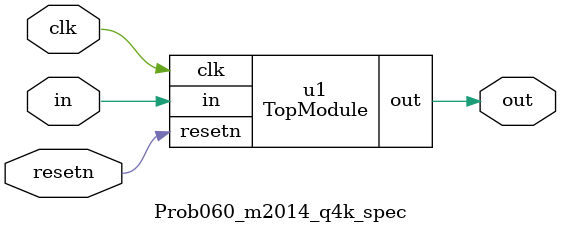
<source format=v>
module TopModule(input clk, input resetn, input in, output out);
    reg [3:0] shift_reg;

    always @(posedge clk) begin
        if (!resetn) 
            shift_reg <= 4'b0000; // Active low reset
        else 
            shift_reg <= {shift_reg[2:0], in}; // Shift left and insert input
    end
    
    assign out = shift_reg[3]; // Output the last bit of the shift register
endmodule
module Prob060_m2014_q4k_spec(input [0:0] clk, input [0:0] resetn, input [0:0] in, output [0:0] out);
    TopModule u1(.clk(clk), .resetn(resetn), .in(in), .out(out));
endmodule

</source>
